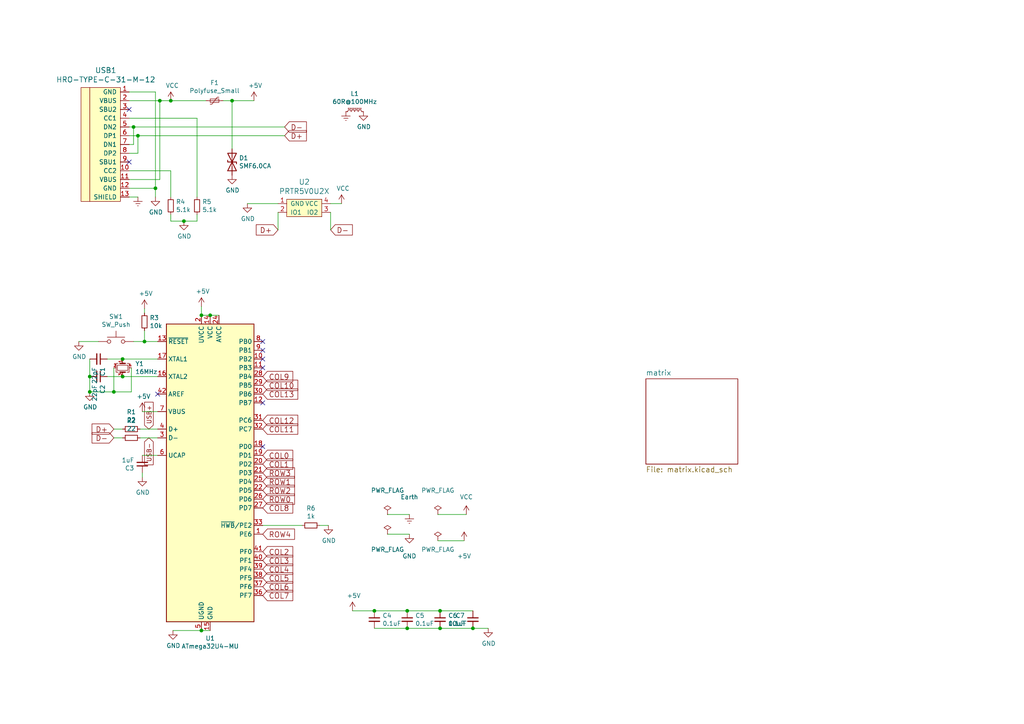
<source format=kicad_sch>
(kicad_sch (version 20211123) (generator eeschema)
  (paper "A4")
  (lib_symbols
    (symbol "Device:C_Small" (pin_numbers hide) (pin_names (offset 0.254) hide)
      (property "Reference" "C" (at 0.254 1.778 0))
      (property "Value" "C_Small" (at 0.254 -2.032 0))
      (symbol "C_Small_0_1"
        (polyline (pts (xy -1.524 -0.508) (xy 1.524 -0.508)) (stroke (width 0.3302)))
        (polyline (pts (xy -1.524 0.508) (xy 1.524 0.508)) (stroke (width 0.3048)))
      )
      (symbol "C_Small_1_1"
        (pin passive line (at 0 2.54 270) (length 2.032) (name "~") (number "1"))
        (pin passive line (at 0 -2.54 90) (length 2.032) (name "~") (number "2"))
      )
    )
    (symbol "Device:Crystal_GND24_Small" (pin_names (offset 1.016) hide)
      (property "Reference" "Y" (at 1.27 4.445 0))
      (property "Value" "Crystal_GND24_Small" (at 1.27 2.54 0))
      (symbol "Crystal_GND24_Small_0_1"
        (rectangle (start -0.762 -1.524) (end 0.762 1.524))
        (polyline (pts (xy -1.27 -0.762) (xy -1.27 0.762)) (stroke (width 0.381)))
        (polyline (pts (xy 1.27 -0.762) (xy 1.27 0.762)) (stroke (width 0.381)))
        (polyline (pts (xy -1.27 -1.27) (xy -1.27 -1.905) (xy 1.27 -1.905) (xy 1.27 -1.27)))
        (polyline (pts (xy -1.27 1.27) (xy -1.27 1.905) (xy 1.27 1.905) (xy 1.27 1.27)))
      )
      (symbol "Crystal_GND24_Small_1_1"
        (pin passive line (at -2.54 0 0) (length 1.27) (name "1") (number "1"))
        (pin passive line (at 0 -2.54 90) (length 0.635) (name "2") (number "2"))
        (pin passive line (at 2.54 0 180) (length 1.27) (name "3") (number "3"))
        (pin passive line (at 0 2.54 270) (length 0.635) (name "4") (number "4"))
      )
    )
    (symbol "Device:D_TVS" (pin_numbers hide) (pin_names (offset 1.016) hide)
      (property "Reference" "D" (at 0 2.54 0))
      (property "Value" "D_TVS" (at 0 -2.54 0))
      (symbol "D_TVS_0_1"
        (polyline (pts (xy 1.27 0) (xy -1.27 0)))
        (polyline (pts (xy 0.508 1.27) (xy 0 1.27) (xy 0 -1.27) (xy -0.508 -1.27)) (stroke (width 0.254)))
        (polyline (pts (xy -2.54 1.27) (xy -2.54 -1.27) (xy 2.54 1.27) (xy 2.54 -1.27) (xy -2.54 1.27)) (stroke (width 0.254)))
      )
      (symbol "D_TVS_1_1"
        (pin passive line (at -3.81 0 0) (length 2.54) (name "A1") (number "1"))
        (pin passive line (at 3.81 0 180) (length 2.54) (name "A2") (number "2"))
      )
    )
    (symbol "Device:Polyfuse_Small" (pin_numbers hide) (pin_names (offset 0))
      (property "Reference" "F" (at -1.905 0 90))
      (property "Value" "Polyfuse_Small" (at 1.905 0 90))
      (symbol "Polyfuse_Small_0_1"
        (rectangle (start -0.508 1.27) (end 0.508 -1.27))
        (polyline (pts (xy 0 2.54) (xy 0 -2.54)))
        (polyline (pts (xy -1.016 1.27) (xy -1.016 0.762) (xy 1.016 -0.762) (xy 1.016 -1.27)))
      )
      (symbol "Polyfuse_Small_1_1"
        (pin passive line (at 0 2.54 270) (length 0.635) (name "~") (number "1"))
        (pin passive line (at 0 -2.54 90) (length 0.635) (name "~") (number "2"))
      )
    )
    (symbol "Device:R_Small" (pin_numbers hide) (pin_names (offset 0.254) hide)
      (property "Reference" "R" (at 0.762 0.508 0))
      (property "Value" "R_Small" (at 0.762 -1.016 0))
      (symbol "R_Small_0_1"
        (rectangle (start -0.762 1.778) (end 0.762 -1.778) (stroke (width 0.2032)))
      )
      (symbol "R_Small_1_1"
        (pin passive line (at 0 2.54 270) (length 0.762) (name "~") (number "1"))
        (pin passive line (at 0 -2.54 90) (length 0.762) (name "~") (number "2"))
      )
    )
    (symbol "KiCad_HHKB-JP_Poker-rescue:L_Core_Ferrite_Small-Device" (pin_numbers hide) (pin_names (offset 0.254) hide)
      (property "Reference" "L" (at 1.27 1.016 0))
      (property "Value" "L_Core_Ferrite_Small-Device" (at 1.27 -1.27 0))
      (symbol "L_Core_Ferrite_Small-Device_0_1"
        (arc (start 0 -2.032) (mid 0.508 -1.524) (end 0 -1.016))
        (arc (start 0 -1.016) (mid 0.508 -0.508) (end 0 0))
        (polyline (pts (xy 0.762 -1.905) (xy 0.762 -1.651)))
        (polyline (pts (xy 0.762 -1.397) (xy 0.762 -1.143)))
        (polyline (pts (xy 0.762 -0.889) (xy 0.762 -0.635)))
        (polyline (pts (xy 0.762 -0.381) (xy 0.762 -0.127)))
        (polyline (pts (xy 0.762 0.127) (xy 0.762 0.381)))
        (polyline (pts (xy 0.762 0.635) (xy 0.762 0.889)))
        (polyline (pts (xy 0.762 1.143) (xy 0.762 1.397)))
        (polyline (pts (xy 0.762 1.651) (xy 0.762 1.905)))
        (polyline (pts (xy 1.016 -1.651) (xy 1.016 -1.905)))
        (polyline (pts (xy 1.016 -1.143) (xy 1.016 -1.397)))
        (polyline (pts (xy 1.016 -0.635) (xy 1.016 -0.889)))
        (polyline (pts (xy 1.016 -0.127) (xy 1.016 -0.381)))
        (polyline (pts (xy 1.016 0.381) (xy 1.016 0.127)))
        (polyline (pts (xy 1.016 0.889) (xy 1.016 0.635)))
        (polyline (pts (xy 1.016 1.397) (xy 1.016 1.143)))
        (polyline (pts (xy 1.016 1.905) (xy 1.016 1.651)))
        (arc (start 0 0) (mid 0.508 0.508) (end 0 1.016))
        (arc (start 0 1.016) (mid 0.508 1.524) (end 0 2.032))
      )
      (symbol "L_Core_Ferrite_Small-Device_1_1"
        (pin passive line (at 0 2.54 270) (length 0.508) (name "~") (number "1"))
        (pin passive line (at 0 -2.54 90) (length 0.508) (name "~") (number "2"))
      )
    )
    (symbol "MCU_Microchip_ATmega:ATmega32U4-M"
      (property "Reference" "U" (at -12.7 44.45 0))
      (property "Value" "ATmega32U4-M" (at 2.54 -44.45 0))
      (symbol "ATmega32U4-M_0_1"
        (rectangle (start -12.7 -43.18) (end 12.7 43.18) (stroke (width 0.254)) (fill (type background)))
      )
      (symbol "ATmega32U4-M_1_1"
        (pin bidirectional line (at 15.24 -17.78 180) (length 2.54) (name "PE6") (number "1"))
        (pin bidirectional line (at 15.24 33.02 180) (length 2.54) (name "PB2") (number "10"))
        (pin bidirectional line (at 15.24 30.48 180) (length 2.54) (name "PB3") (number "11"))
        (pin bidirectional line (at 15.24 20.32 180) (length 2.54) (name "PB7") (number "12"))
        (pin input line (at -15.24 38.1 0) (length 2.54) (name "~{RESET}") (number "13"))
        (pin power_in line (at 0 45.72 270) (length 2.54) (name "VCC") (number "14"))
        (pin power_in line (at 0 -45.72 90) (length 2.54) (name "GND") (number "15"))
        (pin output line (at -15.24 27.94 0) (length 2.54) (name "XTAL2") (number "16"))
        (pin input line (at -15.24 33.02 0) (length 2.54) (name "XTAL1") (number "17"))
        (pin bidirectional line (at 15.24 7.62 180) (length 2.54) (name "PD0") (number "18"))
        (pin bidirectional line (at 15.24 5.08 180) (length 2.54) (name "PD1") (number "19"))
        (pin power_in line (at -2.54 45.72 270) (length 2.54) (name "UVCC") (number "2"))
        (pin bidirectional line (at 15.24 2.54 180) (length 2.54) (name "PD2") (number "20"))
        (pin bidirectional line (at 15.24 0 180) (length 2.54) (name "PD3") (number "21"))
        (pin bidirectional line (at 15.24 -5.08 180) (length 2.54) (name "PD5") (number "22"))
        (pin passive line (at 0 -45.72 90) (length 2.54) hide (name "GND") (number "23"))
        (pin power_in line (at 2.54 45.72 270) (length 2.54) (name "AVCC") (number "24"))
        (pin bidirectional line (at 15.24 -2.54 180) (length 2.54) (name "PD4") (number "25"))
        (pin bidirectional line (at 15.24 -7.62 180) (length 2.54) (name "PD6") (number "26"))
        (pin bidirectional line (at 15.24 -10.16 180) (length 2.54) (name "PD7") (number "27"))
        (pin bidirectional line (at 15.24 27.94 180) (length 2.54) (name "PB4") (number "28"))
        (pin bidirectional line (at 15.24 25.4 180) (length 2.54) (name "PB5") (number "29"))
        (pin bidirectional line (at -15.24 10.16 0) (length 2.54) (name "D-") (number "3"))
        (pin bidirectional line (at 15.24 22.86 180) (length 2.54) (name "PB6") (number "30"))
        (pin bidirectional line (at 15.24 15.24 180) (length 2.54) (name "PC6") (number "31"))
        (pin bidirectional line (at 15.24 12.7 180) (length 2.54) (name "PC7") (number "32"))
        (pin bidirectional line (at 15.24 -15.24 180) (length 2.54) (name "~{HWB}/PE2") (number "33"))
        (pin passive line (at 0 45.72 270) (length 2.54) hide (name "VCC") (number "34"))
        (pin passive line (at 0 -45.72 90) (length 2.54) hide (name "GND") (number "35"))
        (pin bidirectional line (at 15.24 -35.56 180) (length 2.54) (name "PF7") (number "36"))
        (pin bidirectional line (at 15.24 -33.02 180) (length 2.54) (name "PF6") (number "37"))
        (pin bidirectional line (at 15.24 -30.48 180) (length 2.54) (name "PF5") (number "38"))
        (pin bidirectional line (at 15.24 -27.94 180) (length 2.54) (name "PF4") (number "39"))
        (pin bidirectional line (at -15.24 12.7 0) (length 2.54) (name "D+") (number "4"))
        (pin bidirectional line (at 15.24 -25.4 180) (length 2.54) (name "PF1") (number "40"))
        (pin bidirectional line (at 15.24 -22.86 180) (length 2.54) (name "PF0") (number "41"))
        (pin passive line (at -15.24 22.86 0) (length 2.54) (name "AREF") (number "42"))
        (pin passive line (at 0 -45.72 90) (length 2.54) hide (name "GND") (number "43"))
        (pin passive line (at 2.54 45.72 270) (length 2.54) hide (name "AVCC") (number "44"))
        (pin passive line (at 0 -45.72 90) (length 2.54) hide (name "GND") (number "45"))
        (pin passive line (at -2.54 -45.72 90) (length 2.54) (name "UGND") (number "5"))
        (pin passive line (at -15.24 5.08 0) (length 2.54) (name "UCAP") (number "6"))
        (pin input line (at -15.24 17.78 0) (length 2.54) (name "VBUS") (number "7"))
        (pin bidirectional line (at 15.24 38.1 180) (length 2.54) (name "PB0") (number "8"))
        (pin bidirectional line (at 15.24 35.56 180) (length 2.54) (name "PB1") (number "9"))
      )
    )
    (symbol "Switch:SW_Push" (pin_numbers hide) (pin_names (offset 1.016) hide)
      (property "Reference" "SW" (at 1.27 2.54 0))
      (property "Value" "SW_Push" (at 0 -1.524 0))
      (symbol "SW_Push_0_1"
        (circle (center -2.032 0) (radius 0.508))
        (polyline (pts (xy 0 1.27) (xy 0 3.048)))
        (polyline (pts (xy 2.54 1.27) (xy -2.54 1.27)))
        (circle (center 2.032 0) (radius 0.508))
        (pin passive line (at -5.08 0 0) (length 2.54) (name "1") (number "1"))
        (pin passive line (at 5.08 0 180) (length 2.54) (name "2") (number "2"))
      )
    )
    (symbol "Type-C:HRO-TYPE-C-31-M-12" (pin_names (offset 1.016))
      (property "Reference" "USB" (at -5.08 16.51 0))
      (property "Value" "HRO-TYPE-C-31-M-12" (at -10.16 -1.27 90))
      (symbol "HRO-TYPE-C-31-M-12_0_1"
        (rectangle (start -11.43 15.24) (end -8.89 -17.78) (fill (type background)))
        (rectangle (start 0 -17.78) (end -8.89 15.24) (fill (type background)))
      )
      (symbol "HRO-TYPE-C-31-M-12_1_1"
        (pin input line (at 2.54 13.97 180) (length 2.54) (name "GND") (number "1"))
        (pin input line (at 2.54 -8.89 180) (length 2.54) (name "CC2") (number "10"))
        (pin input line (at 2.54 -11.43 180) (length 2.54) (name "VBUS") (number "11"))
        (pin input line (at 2.54 -13.97 180) (length 2.54) (name "GND") (number "12"))
        (pin input line (at 2.54 -16.51 180) (length 2.54) (name "SHIELD") (number "13"))
        (pin input line (at 2.54 11.43 180) (length 2.54) (name "VBUS") (number "2"))
        (pin input line (at 2.54 8.89 180) (length 2.54) (name "SBU2") (number "3"))
        (pin input line (at 2.54 6.35 180) (length 2.54) (name "CC1") (number "4"))
        (pin input line (at 2.54 3.81 180) (length 2.54) (name "DN2") (number "5"))
        (pin input line (at 2.54 1.27 180) (length 2.54) (name "DP1") (number "6"))
        (pin input line (at 2.54 -1.27 180) (length 2.54) (name "DN1") (number "7"))
        (pin input line (at 2.54 -3.81 180) (length 2.54) (name "DP2") (number "8"))
        (pin input line (at 2.54 -6.35 180) (length 2.54) (name "SBU1") (number "9"))
      )
    )
    (symbol "ai03-locallib:PRTR5V0U2X" (pin_names (offset 1.016))
      (property "Reference" "U" (at 0 3.81 0))
      (property "Value" "PRTR5V0U2X" (at 0 -3.81 0))
      (symbol "PRTR5V0U2X_0_1"
        (rectangle (start -5.08 2.54) (end 5.08 -2.54) (fill (type background)))
      )
      (symbol "PRTR5V0U2X_1_1"
        (pin input line (at -7.62 1.27 0) (length 2.54) (name "GND") (number "1"))
        (pin input line (at -7.62 -1.27 0) (length 2.54) (name "IO1") (number "2"))
        (pin input line (at 7.62 -1.27 180) (length 2.54) (name "IO2") (number "3"))
        (pin input line (at 7.62 1.27 180) (length 2.54) (name "VCC") (number "4"))
      )
    )
    (symbol "power:+5V" (power) (pin_names (offset 0))
      (property "Value" "+5V" (at 0 3.556 0))
      (symbol "+5V_0_1"
        (polyline (pts (xy -0.762 1.27) (xy 0 2.54)))
        (polyline (pts (xy 0 0) (xy 0 2.54)))
        (polyline (pts (xy 0 2.54) (xy 0.762 1.27)))
      )
      (symbol "+5V_1_1"
        (pin power_in line (at 0 0 90) (length 0) hide (name "+5V") (number "1"))
      )
    )
    (symbol "power:Earth" (power) (pin_names (offset 0))
      (symbol "Earth_0_1"
        (polyline (pts (xy -0.635 -1.905) (xy 0.635 -1.905)))
        (polyline (pts (xy -0.127 -2.54) (xy 0.127 -2.54)))
        (polyline (pts (xy 0 -1.27) (xy 0 0)))
        (polyline (pts (xy 1.27 -1.27) (xy -1.27 -1.27)))
      )
      (symbol "Earth_1_1"
        (pin power_in line (at 0 0 270) (length 0) hide (name "Earth") (number "1"))
      )
    )
    (symbol "power:GND" (power) (pin_names (offset 0))
      (property "Value" "GND" (at 0 -3.81 0))
      (symbol "GND_0_1"
        (polyline (pts (xy 0 0) (xy 0 -1.27) (xy 1.27 -1.27) (xy 0 -2.54) (xy -1.27 -1.27) (xy 0 -1.27)))
      )
      (symbol "GND_1_1"
        (pin power_in line (at 0 0 270) (length 0) hide (name "GND") (number "1"))
      )
    )
    (symbol "power:PWR_FLAG" (power) (pin_numbers hide) (pin_names (offset 0) hide)
      (property "Value" "PWR_FLAG" (at 0 3.81 0))
      (symbol "PWR_FLAG_0_0"
        (pin power_out line (at 0 0 90) (length 0) (name "pwr") (number "1"))
      )
      (symbol "PWR_FLAG_0_1"
        (polyline (pts (xy 0 0) (xy 0 1.27) (xy -1.016 1.905) (xy 0 2.54) (xy 1.016 1.905) (xy 0 1.27)))
      )
    )
    (symbol "power:VCC" (power) (pin_names (offset 0))
      (property "Value" "VCC" (at 0 3.81 0))
      (symbol "VCC_0_1"
        (polyline (pts (xy -0.762 1.27) (xy 0 2.54)))
        (polyline (pts (xy 0 0) (xy 0 2.54)))
        (polyline (pts (xy 0 2.54) (xy 0.762 1.27)))
      )
      (symbol "VCC_1_1"
        (pin power_in line (at 0 0 90) (length 0) hide (name "VCC") (number "1"))
      )
    )
  )
  (junction (at 45.085 54.61))
  (junction (at 67.31 29.21))
  (junction (at 53.34 64.135))
  (junction (at 26.035 113.665))
  (junction (at 35.56 109.22))
  (junction (at 118.11 182.245))
  (junction (at 58.42 91.44))
  (junction (at 35.56 104.14))
  (junction (at 58.42 182.88))
  (junction (at 41.91 99.06))
  (junction (at 60.96 91.44))
  (junction (at 40.005 39.37))
  (junction (at 49.53 29.21))
  (junction (at 127.635 177.165))
  (junction (at 127.635 182.245))
  (junction (at 33.02 113.665))
  (junction (at 118.11 177.165))
  (junction (at 38.735 36.83))
  (junction (at 46.355 29.21))
  (junction (at 26.035 109.22))
  (junction (at 137.16 182.245))
  (junction (at 108.585 177.165))
  (no_connect (at 37.465 31.75))
  (no_connect (at 76.2 106.68))
  (no_connect (at 76.2 116.84))
  (no_connect (at 76.2 129.54))
  (no_connect (at 37.465 46.99))
  (no_connect (at 45.72 114.3))
  (no_connect (at 76.2 99.06))
  (no_connect (at 76.2 101.6))
  (no_connect (at 76.2 104.14))
  (wire (pts (xy 108.585 177.165) (xy 118.11 177.165)))
  (wire (pts (xy 33.02 127) (xy 35.56 127)))
  (wire (pts (xy 50.165 182.88) (xy 58.42 182.88)))
  (wire (pts (xy 38.735 41.91) (xy 37.465 41.91)))
  (wire (pts (xy 38.735 36.83) (xy 82.55 36.83)))
  (wire (pts (xy 137.16 182.245) (xy 141.605 182.245)))
  (wire (pts (xy 57.15 57.15) (xy 57.15 34.29)))
  (wire (pts (xy 127.635 177.165) (xy 137.16 177.165)))
  (wire (pts (xy 40.005 57.15) (xy 37.465 57.15)))
  (wire (pts (xy 45.085 54.61) (xy 37.465 54.61)))
  (wire (pts (xy 127 156.845) (xy 134.62 156.845)))
  (wire (pts (xy 40.005 39.37) (xy 37.465 39.37)))
  (wire (pts (xy 41.91 95.885) (xy 41.91 99.06)))
  (wire (pts (xy 49.53 57.15) (xy 49.53 49.53)))
  (wire (pts (xy 58.42 88.9) (xy 58.42 91.44)))
  (wire (pts (xy 26.035 109.22) (xy 26.035 113.665)))
  (wire (pts (xy 80.645 66.675) (xy 80.645 61.595)))
  (wire (pts (xy 38.1 106.68) (xy 38.1 113.665)))
  (wire (pts (xy 45.085 57.15) (xy 45.085 54.61)))
  (wire (pts (xy 112.395 154.94) (xy 118.745 154.94)))
  (wire (pts (xy 118.11 182.245) (xy 127.635 182.245)))
  (wire (pts (xy 64.77 29.21) (xy 67.31 29.21)))
  (wire (pts (xy 127.635 182.245) (xy 137.16 182.245)))
  (wire (pts (xy 53.34 64.135) (xy 49.53 64.135)))
  (wire (pts (xy 49.53 29.21) (xy 59.69 29.21)))
  (wire (pts (xy 26.035 104.14) (xy 26.035 109.22)))
  (wire (pts (xy 58.42 91.44) (xy 60.96 91.44)))
  (wire (pts (xy 33.02 113.665) (xy 33.02 106.68)))
  (wire (pts (xy 45.72 104.14) (xy 35.56 104.14)))
  (wire (pts (xy 37.465 29.21) (xy 46.355 29.21)))
  (wire (pts (xy 46.355 29.21) (xy 49.53 29.21)))
  (wire (pts (xy 108.585 182.245) (xy 118.11 182.245)))
  (wire (pts (xy 53.34 64.135) (xy 57.15 64.135)))
  (wire (pts (xy 26.035 113.665) (xy 33.02 113.665)))
  (wire (pts (xy 60.96 182.88) (xy 58.42 182.88)))
  (wire (pts (xy 46.355 29.21) (xy 46.355 52.07)))
  (wire (pts (xy 46.355 52.07) (xy 37.465 52.07)))
  (wire (pts (xy 40.64 127) (xy 45.72 127)))
  (wire (pts (xy 35.56 104.14) (xy 31.115 104.14)))
  (wire (pts (xy 45.72 124.46) (xy 40.64 124.46)))
  (wire (pts (xy 41.275 138.43) (xy 41.275 137.16)))
  (wire (pts (xy 57.15 64.135) (xy 57.15 62.23)))
  (wire (pts (xy 102.235 177.165) (xy 108.585 177.165)))
  (wire (pts (xy 33.02 124.46) (xy 35.56 124.46)))
  (wire (pts (xy 22.86 99.06) (xy 28.575 99.06)))
  (wire (pts (xy 71.755 59.055) (xy 80.645 59.055)))
  (wire (pts (xy 41.91 99.06) (xy 45.72 99.06)))
  (wire (pts (xy 63.5 91.44) (xy 60.96 91.44)))
  (wire (pts (xy 118.11 177.165) (xy 127.635 177.165)))
  (wire (pts (xy 37.465 36.83) (xy 38.735 36.83)))
  (wire (pts (xy 38.735 36.83) (xy 38.735 41.91)))
  (wire (pts (xy 37.465 44.45) (xy 40.005 44.45)))
  (wire (pts (xy 41.275 132.08) (xy 45.72 132.08)))
  (wire (pts (xy 49.53 49.53) (xy 37.465 49.53)))
  (wire (pts (xy 87.63 152.4) (xy 76.2 152.4)))
  (wire (pts (xy 41.91 89.535) (xy 41.91 90.805)))
  (wire (pts (xy 45.085 26.67) (xy 45.085 54.61)))
  (wire (pts (xy 112.395 149.225) (xy 118.745 149.225)))
  (wire (pts (xy 127 149.225) (xy 135.255 149.225)))
  (wire (pts (xy 67.31 43.18) (xy 67.31 29.21)))
  (wire (pts (xy 31.115 109.22) (xy 35.56 109.22)))
  (wire (pts (xy 67.31 29.21) (xy 73.66 29.21)))
  (wire (pts (xy 41.91 99.06) (xy 38.735 99.06)))
  (wire (pts (xy 40.005 39.37) (xy 82.55 39.37)))
  (wire (pts (xy 38.1 113.665) (xy 33.02 113.665)))
  (wire (pts (xy 37.465 26.67) (xy 45.085 26.67)))
  (wire (pts (xy 95.885 66.675) (xy 95.885 61.595)))
  (wire (pts (xy 35.56 109.22) (xy 45.72 109.22)))
  (wire (pts (xy 41.275 119.38) (xy 45.72 119.38)))
  (wire (pts (xy 40.005 44.45) (xy 40.005 39.37)))
  (wire (pts (xy 49.53 64.135) (xy 49.53 62.23)))
  (wire (pts (xy 99.06 59.055) (xy 95.885 59.055)))
  (wire (pts (xy 57.15 34.29) (xy 37.465 34.29)))
  (wire (pts (xy 95.25 152.4) (xy 92.71 152.4)))
  (global_label "D-" (shape input) (at 33.02 127 180) (effects (font (size 1.524 1.524))) (property "Intersheet References" "${INTERSHEET_REFS}" (effects hide)))
  (global_label "ROW2" (shape input) (at 76.2 142.24 0) (effects (font (size 1.524 1.524))) (property "Intersheet References" "${INTERSHEET_REFS}" (effects hide)))
  (global_label "COL6" (shape input) (at 76.2 170.18 0) (effects (font (size 1.524 1.524))) (property "Intersheet References" "${INTERSHEET_REFS}" (effects hide)))
  (global_label "COL13" (shape input) (at 76.2 114.3 0) (effects (font (size 1.524 1.524))) (property "Intersheet References" "${INTERSHEET_REFS}" (effects hide)))
  (global_label "D+" (shape input) (at 82.55 39.37 0) (effects (font (size 1.524 1.524))) (property "Intersheet References" "${INTERSHEET_REFS}" (effects hide)))
  (global_label "USB-" (shape input) (at 43.18 127 270) (property "Intersheet References" "${INTERSHEET_REFS}" (effects hide)))
  (global_label "COL1" (shape input) (at 76.2 134.62 0) (effects (font (size 1.524 1.524))) (property "Intersheet References" "${INTERSHEET_REFS}" (effects hide)))
  (global_label "COL4" (shape input) (at 76.2 165.1 0) (effects (font (size 1.524 1.524))) (property "Intersheet References" "${INTERSHEET_REFS}" (effects hide)))
  (global_label "ROW0" (shape input) (at 76.2 144.78 0) (effects (font (size 1.524 1.524))) (property "Intersheet References" "${INTERSHEET_REFS}" (effects hide)))
  (global_label "USB+" (shape input) (at 43.18 124.46 90) (property "Intersheet References" "${INTERSHEET_REFS}" (effects hide)))
  (global_label "ROW4" (shape input) (at 76.2 154.94 0) (effects (font (size 1.524 1.524))) (property "Intersheet References" "${INTERSHEET_REFS}" (effects hide)))
  (global_label "COL3" (shape input) (at 76.2 162.56 0) (effects (font (size 1.524 1.524))) (property "Intersheet References" "${INTERSHEET_REFS}" (effects hide)))
  (global_label "ROW3" (shape input) (at 76.2 137.16 0) (effects (font (size 1.524 1.524))) (property "Intersheet References" "${INTERSHEET_REFS}" (effects hide)))
  (global_label "COL8" (shape input) (at 76.2 147.32 0) (effects (font (size 1.524 1.524))) (property "Intersheet References" "${INTERSHEET_REFS}" (effects hide)))
  (global_label "COL12" (shape input) (at 76.2 121.92 0) (effects (font (size 1.524 1.524))) (property "Intersheet References" "${INTERSHEET_REFS}" (effects hide)))
  (global_label "COL5" (shape input) (at 76.2 167.64 0) (effects (font (size 1.524 1.524))) (property "Intersheet References" "${INTERSHEET_REFS}" (effects hide)))
  (global_label "COL7" (shape input) (at 76.2 172.72 0) (effects (font (size 1.524 1.524))) (property "Intersheet References" "${INTERSHEET_REFS}" (effects hide)))
  (global_label "COL9" (shape input) (at 76.2 109.22 0) (effects (font (size 1.524 1.524))) (property "Intersheet References" "${INTERSHEET_REFS}" (effects hide)))
  (global_label "D-" (shape input) (at 82.55 36.83 0) (effects (font (size 1.524 1.524))) (property "Intersheet References" "${INTERSHEET_REFS}" (effects hide)))
  (global_label "COL2" (shape input) (at 76.2 160.02 0) (effects (font (size 1.524 1.524))) (property "Intersheet References" "${INTERSHEET_REFS}" (effects hide)))
  (global_label "D-" (shape input) (at 95.885 66.675 0) (effects (font (size 1.524 1.524))) (property "Intersheet References" "${INTERSHEET_REFS}" (effects hide)))
  (global_label "D+" (shape input) (at 33.02 124.46 180) (effects (font (size 1.524 1.524))) (property "Intersheet References" "${INTERSHEET_REFS}" (effects hide)))
  (global_label "COL0" (shape input) (at 76.2 132.08 0) (effects (font (size 1.524 1.524))) (property "Intersheet References" "${INTERSHEET_REFS}" (effects hide)))
  (global_label "COL10" (shape input) (at 76.2 111.76 0) (effects (font (size 1.524 1.524))) (property "Intersheet References" "${INTERSHEET_REFS}" (effects hide)))
  (global_label "COL11" (shape input) (at 76.2 124.46 0) (effects (font (size 1.524 1.524))) (property "Intersheet References" "${INTERSHEET_REFS}" (effects hide)))
  (global_label "ROW1" (shape input) (at 76.2 139.7 0) (effects (font (size 1.524 1.524))) (property "Intersheet References" "${INTERSHEET_REFS}" (effects hide)))
  (global_label "D+" (shape input) (at 80.645 66.675 180) (effects (font (size 1.524 1.524))) (property "Intersheet References" "${INTERSHEET_REFS}" (effects hide)))
  (symbol (lib_id "Device:C_Small") (at 108.585 179.705 0) (unit 1)
    (property "Reference" "C4" (at 110.9218 178.5366 0) (effects (justify left)))
    (property "Value" "0.1uF" (at 110.9218 180.848 0) (effects (justify left)))
    (property "Footprint" "Capacitor_SMD:C_0603_1608Metric" (effects hide))
  )
  (symbol (lib_id "power:+5V") (at 73.66 29.21 0) (unit 1)
    (property "Reference" "#PWR014" (effects hide))
    (property "Value" "+5V" (at 74.041 24.8158 0))
  )
  (symbol (lib_id "Device:C_Small") (at 118.11 179.705 0) (unit 1)
    (property "Reference" "C5" (at 120.4468 178.5366 0) (effects (justify left)))
    (property "Value" "0.1uF" (at 120.4468 180.848 0) (effects (justify left)))
    (property "Footprint" "Capacitor_SMD:C_0603_1608Metric" (effects hide))
  )
  (symbol (lib_id "Device:C_Small") (at 127.635 179.705 0) (unit 1)
    (property "Reference" "C6" (at 129.9718 178.5366 0) (effects (justify left)))
    (property "Value" "0.1uF" (at 129.9718 180.848 0) (effects (justify left)))
    (property "Footprint" "Capacitor_SMD:C_0603_1608Metric" (effects hide))
  )
  (symbol (lib_id "Device:C_Small") (at 137.16 179.705 0) (mirror y) (unit 1)
    (property "Reference" "C7" (at 134.8232 178.5366 0) (effects (justify left)))
    (property "Value" "10uF" (at 134.8232 180.848 0) (effects (justify left)))
    (property "Footprint" "Capacitor_SMD:C_0603_1608Metric" (effects hide))
  )
  (symbol (lib_id "power:GND") (at 141.605 182.245 0) (unit 1)
    (property "Reference" "#PWR024" (effects hide))
    (property "Value" "GND" (at 141.732 186.6392 0))
  )
  (symbol (lib_id "Device:Crystal_GND24_Small") (at 35.56 106.68 270) (unit 1)
    (property "Reference" "Y1" (at 39.2176 105.5116 90) (effects (justify left)))
    (property "Value" "16MHz" (at 39.2176 107.823 90) (effects (justify left)))
    (property "Footprint" "Crystal:Crystal_SMD_3225-4Pin_3.2x2.5mm" (effects hide))
  )
  (symbol (lib_id "Device:C_Small") (at 28.575 104.14 270) (unit 1)
    (property "Reference" "C1" (at 29.7434 106.4768 0) (effects (justify left)))
    (property "Value" "22pF" (at 27.432 106.4768 0) (effects (justify left)))
    (property "Footprint" "Capacitor_SMD:C_0603_1608Metric" (effects hide))
  )
  (symbol (lib_id "Device:C_Small") (at 28.575 109.22 270) (unit 1)
    (property "Reference" "C2" (at 29.7434 111.5568 0) (effects (justify left)))
    (property "Value" "22pF" (at 27.432 111.5568 0) (effects (justify left)))
    (property "Footprint" "Capacitor_SMD:C_0603_1608Metric" (effects hide))
  )
  (symbol (lib_id "power:GND") (at 26.035 113.665 0) (unit 1)
    (property "Reference" "#PWR02" (effects hide))
    (property "Value" "GND" (at 26.162 118.0592 0))
  )
  (symbol (lib_id "power:+5V") (at 41.275 119.38 0) (unit 1)
    (property "Reference" "#PWR04" (effects hide))
    (property "Value" "+5V" (at 41.656 114.9858 0))
  )
  (symbol (lib_id "Device:R_Small") (at 38.1 124.46 270) (unit 1)
    (property "Reference" "R1" (at 38.1 119.4816 90))
    (property "Value" "22" (at 38.1 121.793 90))
    (property "Footprint" "Resistor_SMD:R_0603_1608Metric" (effects hide))
  )
  (symbol (lib_id "Device:R_Small") (at 38.1 127 270) (unit 1)
    (property "Reference" "R2" (at 38.1 122.0216 90))
    (property "Value" "22" (at 38.1 124.333 90))
    (property "Footprint" "Resistor_SMD:R_0603_1608Metric" (effects hide))
  )
  (symbol (lib_id "Device:C_Small") (at 41.275 134.62 180) (unit 1)
    (property "Reference" "C3" (at 38.9382 135.7884 0) (effects (justify left)))
    (property "Value" "1uF" (at 38.9382 133.477 0) (effects (justify left)))
    (property "Footprint" "Capacitor_SMD:C_0603_1608Metric" (effects hide))
  )
  (symbol (lib_id "power:GND") (at 41.275 138.43 0) (unit 1)
    (property "Reference" "#PWR05" (effects hide))
    (property "Value" "GND" (at 41.402 142.8242 0))
  )
  (symbol (lib_id "power:GND") (at 50.165 182.88 0) (unit 1)
    (property "Reference" "#PWR09" (effects hide))
    (property "Value" "GND" (at 50.292 187.2742 0))
  )
  (symbol (lib_id "power:+5V") (at 58.42 88.9 0) (unit 1)
    (property "Reference" "#PWR011" (effects hide))
    (property "Value" "+5V" (at 58.801 84.5058 0))
  )
  (symbol (lib_id "Device:R_Small") (at 90.17 152.4 270) (unit 1)
    (property "Reference" "R6" (at 90.17 147.4216 90))
    (property "Value" "1k" (at 90.17 149.733 90))
    (property "Footprint" "Resistor_SMD:R_0603_1608Metric" (effects hide))
  )
  (symbol (lib_id "power:GND") (at 95.25 152.4 0) (unit 1)
    (property "Reference" "#PWR015" (effects hide))
    (property "Value" "GND" (at 95.377 156.7942 0))
  )
  (symbol (lib_id "power:+5V") (at 102.235 177.165 0) (unit 1)
    (property "Reference" "#PWR018" (effects hide))
    (property "Value" "+5V" (at 102.616 172.7708 0))
  )
  (symbol (lib_id "MCU_Microchip_ATmega:ATmega32U4-M") (at 60.96 137.16 0) (unit 1)
    (property "Reference" "U1" (at 60.96 185.1406 0))
    (property "Value" "ATmega32U4-MU" (at 60.96 187.452 0))
    (property "Footprint" "Package_DFN_QFN:QFN-44-1EP_7x7mm_P0.5mm_EP5.2x5.2mm" (effects hide))
    (property "Datasheet" "http://ww1.microchip.com/downloads/en/DeviceDoc/Atmel-7766-8-bit-AVR-ATmega16U4-32U4_Datasheet.pdf" (effects hide))
  )
  (symbol (lib_id "Switch:SW_Push") (at 33.655 99.06 0) (unit 1)
    (property "Reference" "SW1" (at 33.655 91.821 0))
    (property "Value" "SW_Push" (at 33.655 94.1324 0))
    (property "Footprint" "Button_Switch_SMD:SW_SPST_TL3342" (effects hide))
  )
  (symbol (lib_id "Device:R_Small") (at 41.91 93.345 180) (unit 1)
    (property "Reference" "R3" (at 43.4086 92.1766 0) (effects (justify right)))
    (property "Value" "10k" (at 43.4086 94.488 0) (effects (justify right)))
    (property "Footprint" "Resistor_SMD:R_0603_1608Metric" (effects hide))
  )
  (symbol (lib_id "power:+5V") (at 41.91 89.535 0) (unit 1)
    (property "Reference" "#PWR06" (effects hide))
    (property "Value" "+5V" (at 42.291 85.1408 0))
  )
  (symbol (lib_id "power:GND") (at 22.86 99.06 0) (unit 1)
    (property "Reference" "#PWR01" (effects hide))
    (property "Value" "GND" (at 22.987 103.4542 0))
  )
  (symbol (lib_id "Type-C:HRO-TYPE-C-31-M-12") (at 34.925 40.64 0) (unit 1)
    (property "Reference" "USB1" (at 30.6832 20.3962 0) (effects (font (size 1.524 1.524))))
    (property "Value" "HRO-TYPE-C-31-M-12" (at 30.6832 23.0886 0) (effects (font (size 1.524 1.524))))
    (property "Footprint" "Type-C:HRO-TYPE-C-31-M-12-Assembly" (effects hide))
  )
  (symbol (lib_id "ai03-locallib:PRTR5V0U2X") (at 88.265 60.325 0) (unit 1)
    (property "Reference" "U2" (at 88.265 52.7812 0) (effects (font (size 1.524 1.524))))
    (property "Value" "PRTR5V0U2X" (at 88.265 55.4736 0) (effects (font (size 1.524 1.524))))
    (property "Footprint" "random-keyboard-parts:SOT143B" (effects hide))
  )
  (symbol (lib_id "power:Earth") (at 40.005 57.15 0) (unit 1)
    (property "Reference" "#PWR03" (effects hide))
    (property "Value" "Earth" (effects hide))
  )
  (symbol (lib_id "power:GND") (at 45.085 57.15 0) (unit 1)
    (property "Reference" "#PWR07" (effects hide))
    (property "Value" "GND" (at 45.212 61.5442 0))
  )
  (symbol (lib_id "Device:Polyfuse_Small") (at 62.23 29.21 270) (unit 1)
    (property "Reference" "F1" (at 62.23 24.003 90))
    (property "Value" "Polyfuse_Small" (at 62.23 26.3144 90))
    (property "Footprint" "Fuse:Fuse_1206_3216Metric" (effects hide))
  )
  (symbol (lib_id "power:VCC") (at 49.53 29.21 0) (unit 1)
    (property "Reference" "#PWR08" (effects hide))
    (property "Value" "VCC" (at 49.9618 24.8158 0))
  )
  (symbol (lib_id "Device:R_Small") (at 49.53 59.69 180) (unit 1)
    (property "Reference" "R4" (at 51.0286 58.5216 0) (effects (justify right)))
    (property "Value" "5.1k" (at 51.0286 60.833 0) (effects (justify right)))
    (property "Footprint" "Resistor_SMD:R_0603_1608Metric" (effects hide))
  )
  (symbol (lib_id "Device:R_Small") (at 57.15 59.69 180) (unit 1)
    (property "Reference" "R5" (at 58.6486 58.5216 0) (effects (justify right)))
    (property "Value" "5.1k" (at 58.6486 60.833 0) (effects (justify right)))
    (property "Footprint" "Resistor_SMD:R_0603_1608Metric" (effects hide))
  )
  (symbol (lib_id "Device:D_TVS") (at 67.31 46.99 90) (unit 1)
    (property "Reference" "D1" (at 69.3166 45.8216 90) (effects (justify right)))
    (property "Value" "SMF6.0CA" (at 69.3166 48.133 90) (effects (justify right)))
    (property "Footprint" "Diode_SMD:D_SOD-123" (effects hide))
  )
  (symbol (lib_id "power:GND") (at 53.34 64.135 0) (unit 1)
    (property "Reference" "#PWR010" (effects hide))
    (property "Value" "GND" (at 53.467 68.5292 0))
  )
  (symbol (lib_id "power:GND") (at 67.31 50.8 0) (unit 1)
    (property "Reference" "#PWR012" (effects hide))
    (property "Value" "GND" (at 67.437 55.1942 0))
  )
  (symbol (lib_id "power:GND") (at 71.755 59.055 0) (unit 1)
    (property "Reference" "#PWR013" (effects hide))
    (property "Value" "GND" (at 71.882 63.4492 0))
  )
  (symbol (lib_id "power:VCC") (at 99.06 59.055 0) (unit 1)
    (property "Reference" "#PWR016" (effects hide))
    (property "Value" "VCC" (at 99.4918 54.6608 0))
  )
  (symbol (lib_id "KiCad_HHKB-JP_Poker-rescue:L_Core_Ferrite_Small-Device") (at 102.87 32.385 90) (unit 1)
    (property "Reference" "L1" (at 102.87 27.178 90))
    (property "Value" "60R@100MHz" (at 102.87 29.4894 90))
    (property "Footprint" "Inductor_SMD:L_1206_3216Metric" (effects hide))
  )
  (symbol (lib_id "power:Earth") (at 100.33 32.385 0) (unit 1)
    (property "Reference" "#PWR017" (effects hide))
    (property "Value" "Earth" (effects hide))
  )
  (symbol (lib_id "power:GND") (at 105.41 32.385 0) (unit 1)
    (property "Reference" "#PWR019" (effects hide))
    (property "Value" "GND" (at 105.537 36.7792 0))
  )
  (symbol (lib_id "power:PWR_FLAG") (at 127 149.225 0) (unit 1)
    (property "Reference" "#FLG03" (effects hide))
    (property "Value" "PWR_FLAG" (at 127 142.24 0))
  )
  (symbol (lib_id "power:VCC") (at 135.255 149.225 0) (unit 1)
    (property "Reference" "#PWR023" (effects hide))
    (property "Value" "VCC" (at 135.255 144.145 0))
  )
  (symbol (lib_id "power:PWR_FLAG") (at 112.395 149.225 0) (unit 1)
    (property "Reference" "#FLG01" (effects hide))
    (property "Value" "PWR_FLAG" (at 112.395 142.24 0))
  )
  (symbol (lib_id "power:Earth") (at 118.745 149.225 0) (unit 1)
    (property "Reference" "#PWR020" (effects hide))
    (property "Value" "Earth" (at 118.745 144.145 0))
  )
  (symbol (lib_id "power:PWR_FLAG") (at 112.395 154.94 0) (unit 1)
    (property "Reference" "#FLG02" (effects hide))
    (property "Value" "PWR_FLAG" (at 112.395 159.385 0))
  )
  (symbol (lib_id "power:GND") (at 118.745 154.94 0) (unit 1)
    (property "Reference" "#PWR021" (effects hide))
    (property "Value" "GND" (at 118.745 161.29 0))
  )
  (symbol (lib_id "power:+5V") (at 134.62 156.845 0) (unit 1)
    (property "Reference" "#PWR022" (effects hide))
    (property "Value" "+5V" (at 134.62 161.29 0))
  )
  (symbol (lib_id "power:PWR_FLAG") (at 127 156.845 0) (unit 1)
    (property "Reference" "#FLG04" (effects hide))
    (property "Value" "PWR_FLAG" (at 127 159.385 0))
  )
  (sheet (at 187.325 109.855) (size 26.67 24.765)
    (property "Sheet name" "matrix" (at 187.325 109.0164 0) (effects (font (size 1.524 1.524)) (justify left bottom)))
    (property "Sheet file" "matrix.kicad_sch" (at 187.325 135.3062 0) (effects (font (size 1.524 1.524)) (justify left top)))
  )
)
</source>
